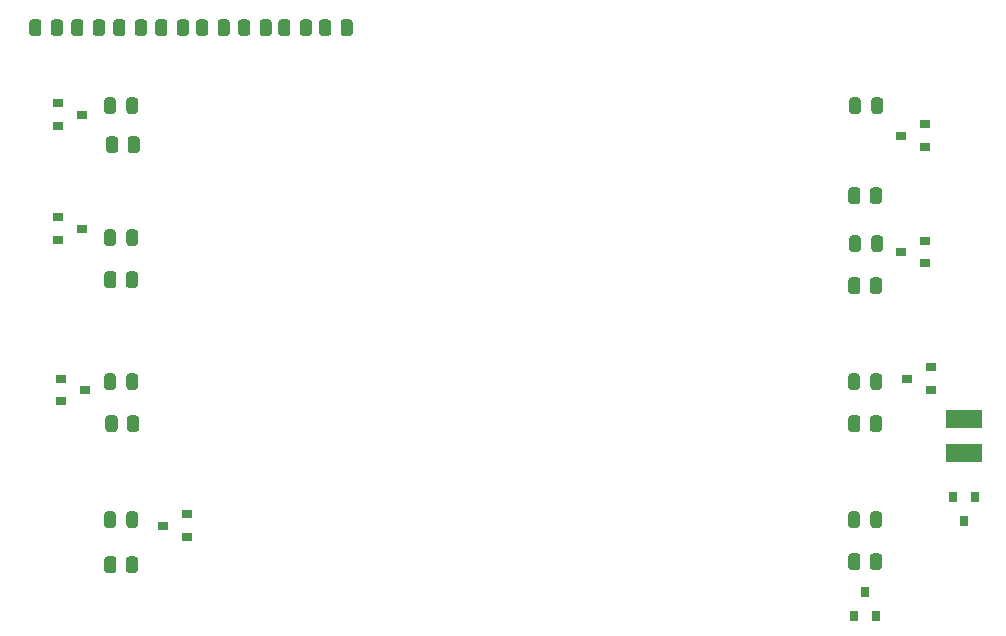
<source format=gbp>
G04 #@! TF.GenerationSoftware,KiCad,Pcbnew,5.1.12-84ad8e8a86~92~ubuntu20.04.1*
G04 #@! TF.CreationDate,2022-02-11T20:38:02+01:00*
G04 #@! TF.ProjectId,ESPHome-Thermostat-pcb,45535048-6f6d-4652-9d54-6865726d6f73,2.0*
G04 #@! TF.SameCoordinates,Original*
G04 #@! TF.FileFunction,Paste,Bot*
G04 #@! TF.FilePolarity,Positive*
%FSLAX46Y46*%
G04 Gerber Fmt 4.6, Leading zero omitted, Abs format (unit mm)*
G04 Created by KiCad (PCBNEW 5.1.12-84ad8e8a86~92~ubuntu20.04.1) date 2022-02-11 20:38:02*
%MOMM*%
%LPD*%
G01*
G04 APERTURE LIST*
%ADD10R,0.900000X0.800000*%
%ADD11R,0.800000X0.900000*%
%ADD12R,3.020000X1.510000*%
G04 APERTURE END LIST*
D10*
X130064000Y-82042000D03*
X132064000Y-82992000D03*
X132064000Y-81092000D03*
X60182000Y-69342000D03*
X58182000Y-68392000D03*
X58182000Y-70292000D03*
X129572000Y-71308000D03*
X131572000Y-72258000D03*
X131572000Y-70358000D03*
X67072000Y-94488000D03*
X69072000Y-95438000D03*
X69072000Y-93538000D03*
X60182000Y-59690000D03*
X58182000Y-58740000D03*
X58182000Y-60640000D03*
D11*
X126492000Y-100092000D03*
X125542000Y-102092000D03*
X127442000Y-102092000D03*
D10*
X60420000Y-82992000D03*
X58420000Y-82042000D03*
X58420000Y-83942000D03*
X129556000Y-61468000D03*
X131556000Y-62418000D03*
X131556000Y-60518000D03*
G36*
G01*
X67418000Y-51873998D02*
X67418000Y-52774002D01*
G75*
G02*
X67168002Y-53024000I-249998J0D01*
G01*
X66642998Y-53024000D01*
G75*
G02*
X66393000Y-52774002I0J249998D01*
G01*
X66393000Y-51873998D01*
G75*
G02*
X66642998Y-51624000I249998J0D01*
G01*
X67168002Y-51624000D01*
G75*
G02*
X67418000Y-51873998I0J-249998D01*
G01*
G37*
G36*
G01*
X69243000Y-51873998D02*
X69243000Y-52774002D01*
G75*
G02*
X68993002Y-53024000I-249998J0D01*
G01*
X68467998Y-53024000D01*
G75*
G02*
X68218000Y-52774002I0J249998D01*
G01*
X68218000Y-51873998D01*
G75*
G02*
X68467998Y-51624000I249998J0D01*
G01*
X68993002Y-51624000D01*
G75*
G02*
X69243000Y-51873998I0J-249998D01*
G01*
G37*
G36*
G01*
X70870500Y-51873998D02*
X70870500Y-52774002D01*
G75*
G02*
X70620502Y-53024000I-249998J0D01*
G01*
X70095498Y-53024000D01*
G75*
G02*
X69845500Y-52774002I0J249998D01*
G01*
X69845500Y-51873998D01*
G75*
G02*
X70095498Y-51624000I249998J0D01*
G01*
X70620502Y-51624000D01*
G75*
G02*
X70870500Y-51873998I0J-249998D01*
G01*
G37*
G36*
G01*
X72695500Y-51873998D02*
X72695500Y-52774002D01*
G75*
G02*
X72445502Y-53024000I-249998J0D01*
G01*
X71920498Y-53024000D01*
G75*
G02*
X71670500Y-52774002I0J249998D01*
G01*
X71670500Y-51873998D01*
G75*
G02*
X71920498Y-51624000I249998J0D01*
G01*
X72445502Y-51624000D01*
G75*
G02*
X72695500Y-51873998I0J-249998D01*
G01*
G37*
G36*
G01*
X74426500Y-51873998D02*
X74426500Y-52774002D01*
G75*
G02*
X74176502Y-53024000I-249998J0D01*
G01*
X73651498Y-53024000D01*
G75*
G02*
X73401500Y-52774002I0J249998D01*
G01*
X73401500Y-51873998D01*
G75*
G02*
X73651498Y-51624000I249998J0D01*
G01*
X74176502Y-51624000D01*
G75*
G02*
X74426500Y-51873998I0J-249998D01*
G01*
G37*
G36*
G01*
X76251500Y-51873998D02*
X76251500Y-52774002D01*
G75*
G02*
X76001502Y-53024000I-249998J0D01*
G01*
X75476498Y-53024000D01*
G75*
G02*
X75226500Y-52774002I0J249998D01*
G01*
X75226500Y-51873998D01*
G75*
G02*
X75476498Y-51624000I249998J0D01*
G01*
X76001502Y-51624000D01*
G75*
G02*
X76251500Y-51873998I0J-249998D01*
G01*
G37*
G36*
G01*
X56750000Y-51873998D02*
X56750000Y-52774002D01*
G75*
G02*
X56500002Y-53024000I-249998J0D01*
G01*
X55974998Y-53024000D01*
G75*
G02*
X55725000Y-52774002I0J249998D01*
G01*
X55725000Y-51873998D01*
G75*
G02*
X55974998Y-51624000I249998J0D01*
G01*
X56500002Y-51624000D01*
G75*
G02*
X56750000Y-51873998I0J-249998D01*
G01*
G37*
G36*
G01*
X58575000Y-51873998D02*
X58575000Y-52774002D01*
G75*
G02*
X58325002Y-53024000I-249998J0D01*
G01*
X57799998Y-53024000D01*
G75*
G02*
X57550000Y-52774002I0J249998D01*
G01*
X57550000Y-51873998D01*
G75*
G02*
X57799998Y-51624000I249998J0D01*
G01*
X58325002Y-51624000D01*
G75*
G02*
X58575000Y-51873998I0J-249998D01*
G01*
G37*
G36*
G01*
X60306000Y-51873998D02*
X60306000Y-52774002D01*
G75*
G02*
X60056002Y-53024000I-249998J0D01*
G01*
X59530998Y-53024000D01*
G75*
G02*
X59281000Y-52774002I0J249998D01*
G01*
X59281000Y-51873998D01*
G75*
G02*
X59530998Y-51624000I249998J0D01*
G01*
X60056002Y-51624000D01*
G75*
G02*
X60306000Y-51873998I0J-249998D01*
G01*
G37*
G36*
G01*
X62131000Y-51873998D02*
X62131000Y-52774002D01*
G75*
G02*
X61881002Y-53024000I-249998J0D01*
G01*
X61355998Y-53024000D01*
G75*
G02*
X61106000Y-52774002I0J249998D01*
G01*
X61106000Y-51873998D01*
G75*
G02*
X61355998Y-51624000I249998J0D01*
G01*
X61881002Y-51624000D01*
G75*
G02*
X62131000Y-51873998I0J-249998D01*
G01*
G37*
G36*
G01*
X77832000Y-51873998D02*
X77832000Y-52774002D01*
G75*
G02*
X77582002Y-53024000I-249998J0D01*
G01*
X77056998Y-53024000D01*
G75*
G02*
X76807000Y-52774002I0J249998D01*
G01*
X76807000Y-51873998D01*
G75*
G02*
X77056998Y-51624000I249998J0D01*
G01*
X77582002Y-51624000D01*
G75*
G02*
X77832000Y-51873998I0J-249998D01*
G01*
G37*
G36*
G01*
X79657000Y-51873998D02*
X79657000Y-52774002D01*
G75*
G02*
X79407002Y-53024000I-249998J0D01*
G01*
X78881998Y-53024000D01*
G75*
G02*
X78632000Y-52774002I0J249998D01*
G01*
X78632000Y-51873998D01*
G75*
G02*
X78881998Y-51624000I249998J0D01*
G01*
X79407002Y-51624000D01*
G75*
G02*
X79657000Y-51873998I0J-249998D01*
G01*
G37*
G36*
G01*
X63862000Y-51873998D02*
X63862000Y-52774002D01*
G75*
G02*
X63612002Y-53024000I-249998J0D01*
G01*
X63086998Y-53024000D01*
G75*
G02*
X62837000Y-52774002I0J249998D01*
G01*
X62837000Y-51873998D01*
G75*
G02*
X63086998Y-51624000I249998J0D01*
G01*
X63612002Y-51624000D01*
G75*
G02*
X63862000Y-51873998I0J-249998D01*
G01*
G37*
G36*
G01*
X65687000Y-51873998D02*
X65687000Y-52774002D01*
G75*
G02*
X65437002Y-53024000I-249998J0D01*
G01*
X64911998Y-53024000D01*
G75*
G02*
X64662000Y-52774002I0J249998D01*
G01*
X64662000Y-51873998D01*
G75*
G02*
X64911998Y-51624000I249998J0D01*
G01*
X65437002Y-51624000D01*
G75*
G02*
X65687000Y-51873998I0J-249998D01*
G01*
G37*
G36*
G01*
X126892000Y-86302002D02*
X126892000Y-85401998D01*
G75*
G02*
X127141998Y-85152000I249998J0D01*
G01*
X127667002Y-85152000D01*
G75*
G02*
X127917000Y-85401998I0J-249998D01*
G01*
X127917000Y-86302002D01*
G75*
G02*
X127667002Y-86552000I-249998J0D01*
G01*
X127141998Y-86552000D01*
G75*
G02*
X126892000Y-86302002I0J249998D01*
G01*
G37*
G36*
G01*
X125067000Y-86302002D02*
X125067000Y-85401998D01*
G75*
G02*
X125316998Y-85152000I249998J0D01*
G01*
X125842002Y-85152000D01*
G75*
G02*
X126092000Y-85401998I0J-249998D01*
G01*
X126092000Y-86302002D01*
G75*
G02*
X125842002Y-86552000I-249998J0D01*
G01*
X125316998Y-86552000D01*
G75*
G02*
X125067000Y-86302002I0J249998D01*
G01*
G37*
G36*
G01*
X63100000Y-73209998D02*
X63100000Y-74110002D01*
G75*
G02*
X62850002Y-74360000I-249998J0D01*
G01*
X62324998Y-74360000D01*
G75*
G02*
X62075000Y-74110002I0J249998D01*
G01*
X62075000Y-73209998D01*
G75*
G02*
X62324998Y-72960000I249998J0D01*
G01*
X62850002Y-72960000D01*
G75*
G02*
X63100000Y-73209998I0J-249998D01*
G01*
G37*
G36*
G01*
X64925000Y-73209998D02*
X64925000Y-74110002D01*
G75*
G02*
X64675002Y-74360000I-249998J0D01*
G01*
X64149998Y-74360000D01*
G75*
G02*
X63900000Y-74110002I0J249998D01*
G01*
X63900000Y-73209998D01*
G75*
G02*
X64149998Y-72960000I249998J0D01*
G01*
X64675002Y-72960000D01*
G75*
G02*
X64925000Y-73209998I0J-249998D01*
G01*
G37*
G36*
G01*
X126892000Y-74618002D02*
X126892000Y-73717998D01*
G75*
G02*
X127141998Y-73468000I249998J0D01*
G01*
X127667002Y-73468000D01*
G75*
G02*
X127917000Y-73717998I0J-249998D01*
G01*
X127917000Y-74618002D01*
G75*
G02*
X127667002Y-74868000I-249998J0D01*
G01*
X127141998Y-74868000D01*
G75*
G02*
X126892000Y-74618002I0J249998D01*
G01*
G37*
G36*
G01*
X125067000Y-74618002D02*
X125067000Y-73717998D01*
G75*
G02*
X125316998Y-73468000I249998J0D01*
G01*
X125842002Y-73468000D01*
G75*
G02*
X126092000Y-73717998I0J-249998D01*
G01*
X126092000Y-74618002D01*
G75*
G02*
X125842002Y-74868000I-249998J0D01*
G01*
X125316998Y-74868000D01*
G75*
G02*
X125067000Y-74618002I0J249998D01*
G01*
G37*
G36*
G01*
X63100000Y-97339998D02*
X63100000Y-98240002D01*
G75*
G02*
X62850002Y-98490000I-249998J0D01*
G01*
X62324998Y-98490000D01*
G75*
G02*
X62075000Y-98240002I0J249998D01*
G01*
X62075000Y-97339998D01*
G75*
G02*
X62324998Y-97090000I249998J0D01*
G01*
X62850002Y-97090000D01*
G75*
G02*
X63100000Y-97339998I0J-249998D01*
G01*
G37*
G36*
G01*
X64925000Y-97339998D02*
X64925000Y-98240002D01*
G75*
G02*
X64675002Y-98490000I-249998J0D01*
G01*
X64149998Y-98490000D01*
G75*
G02*
X63900000Y-98240002I0J249998D01*
G01*
X63900000Y-97339998D01*
G75*
G02*
X64149998Y-97090000I249998J0D01*
G01*
X64675002Y-97090000D01*
G75*
G02*
X64925000Y-97339998I0J-249998D01*
G01*
G37*
G36*
G01*
X126092000Y-97085998D02*
X126092000Y-97986002D01*
G75*
G02*
X125842002Y-98236000I-249998J0D01*
G01*
X125316998Y-98236000D01*
G75*
G02*
X125067000Y-97986002I0J249998D01*
G01*
X125067000Y-97085998D01*
G75*
G02*
X125316998Y-96836000I249998J0D01*
G01*
X125842002Y-96836000D01*
G75*
G02*
X126092000Y-97085998I0J-249998D01*
G01*
G37*
G36*
G01*
X127917000Y-97085998D02*
X127917000Y-97986002D01*
G75*
G02*
X127667002Y-98236000I-249998J0D01*
G01*
X127141998Y-98236000D01*
G75*
G02*
X126892000Y-97986002I0J249998D01*
G01*
X126892000Y-97085998D01*
G75*
G02*
X127141998Y-96836000I249998J0D01*
G01*
X127667002Y-96836000D01*
G75*
G02*
X127917000Y-97085998I0J-249998D01*
G01*
G37*
G36*
G01*
X63250500Y-61779998D02*
X63250500Y-62680002D01*
G75*
G02*
X63000502Y-62930000I-249998J0D01*
G01*
X62475498Y-62930000D01*
G75*
G02*
X62225500Y-62680002I0J249998D01*
G01*
X62225500Y-61779998D01*
G75*
G02*
X62475498Y-61530000I249998J0D01*
G01*
X63000502Y-61530000D01*
G75*
G02*
X63250500Y-61779998I0J-249998D01*
G01*
G37*
G36*
G01*
X65075500Y-61779998D02*
X65075500Y-62680002D01*
G75*
G02*
X64825502Y-62930000I-249998J0D01*
G01*
X64300498Y-62930000D01*
G75*
G02*
X64050500Y-62680002I0J249998D01*
G01*
X64050500Y-61779998D01*
G75*
G02*
X64300498Y-61530000I249998J0D01*
G01*
X64825502Y-61530000D01*
G75*
G02*
X65075500Y-61779998I0J-249998D01*
G01*
G37*
G36*
G01*
X81284500Y-51873998D02*
X81284500Y-52774002D01*
G75*
G02*
X81034502Y-53024000I-249998J0D01*
G01*
X80509498Y-53024000D01*
G75*
G02*
X80259500Y-52774002I0J249998D01*
G01*
X80259500Y-51873998D01*
G75*
G02*
X80509498Y-51624000I249998J0D01*
G01*
X81034502Y-51624000D01*
G75*
G02*
X81284500Y-51873998I0J-249998D01*
G01*
G37*
G36*
G01*
X83109500Y-51873998D02*
X83109500Y-52774002D01*
G75*
G02*
X82859502Y-53024000I-249998J0D01*
G01*
X82334498Y-53024000D01*
G75*
G02*
X82084500Y-52774002I0J249998D01*
G01*
X82084500Y-51873998D01*
G75*
G02*
X82334498Y-51624000I249998J0D01*
G01*
X82859502Y-51624000D01*
G75*
G02*
X83109500Y-51873998I0J-249998D01*
G01*
G37*
G36*
G01*
X63203500Y-85401998D02*
X63203500Y-86302002D01*
G75*
G02*
X62953502Y-86552000I-249998J0D01*
G01*
X62428498Y-86552000D01*
G75*
G02*
X62178500Y-86302002I0J249998D01*
G01*
X62178500Y-85401998D01*
G75*
G02*
X62428498Y-85152000I249998J0D01*
G01*
X62953502Y-85152000D01*
G75*
G02*
X63203500Y-85401998I0J-249998D01*
G01*
G37*
G36*
G01*
X65028500Y-85401998D02*
X65028500Y-86302002D01*
G75*
G02*
X64778502Y-86552000I-249998J0D01*
G01*
X64253498Y-86552000D01*
G75*
G02*
X64003500Y-86302002I0J249998D01*
G01*
X64003500Y-85401998D01*
G75*
G02*
X64253498Y-85152000I249998J0D01*
G01*
X64778502Y-85152000D01*
G75*
G02*
X65028500Y-85401998I0J-249998D01*
G01*
G37*
G36*
G01*
X126092000Y-66097998D02*
X126092000Y-66998002D01*
G75*
G02*
X125842002Y-67248000I-249998J0D01*
G01*
X125316998Y-67248000D01*
G75*
G02*
X125067000Y-66998002I0J249998D01*
G01*
X125067000Y-66097998D01*
G75*
G02*
X125316998Y-65848000I249998J0D01*
G01*
X125842002Y-65848000D01*
G75*
G02*
X126092000Y-66097998I0J-249998D01*
G01*
G37*
G36*
G01*
X127917000Y-66097998D02*
X127917000Y-66998002D01*
G75*
G02*
X127667002Y-67248000I-249998J0D01*
G01*
X127141998Y-67248000D01*
G75*
G02*
X126892000Y-66998002I0J249998D01*
G01*
X126892000Y-66097998D01*
G75*
G02*
X127141998Y-65848000I249998J0D01*
G01*
X127667002Y-65848000D01*
G75*
G02*
X127917000Y-66097998I0J-249998D01*
G01*
G37*
G36*
G01*
X126942000Y-82752250D02*
X126942000Y-81839750D01*
G75*
G02*
X127185750Y-81596000I243750J0D01*
G01*
X127673250Y-81596000D01*
G75*
G02*
X127917000Y-81839750I0J-243750D01*
G01*
X127917000Y-82752250D01*
G75*
G02*
X127673250Y-82996000I-243750J0D01*
G01*
X127185750Y-82996000D01*
G75*
G02*
X126942000Y-82752250I0J243750D01*
G01*
G37*
G36*
G01*
X125067000Y-82752250D02*
X125067000Y-81839750D01*
G75*
G02*
X125310750Y-81596000I243750J0D01*
G01*
X125798250Y-81596000D01*
G75*
G02*
X126042000Y-81839750I0J-243750D01*
G01*
X126042000Y-82752250D01*
G75*
G02*
X125798250Y-82996000I-243750J0D01*
G01*
X125310750Y-82996000D01*
G75*
G02*
X125067000Y-82752250I0J243750D01*
G01*
G37*
G36*
G01*
X63050000Y-69647750D02*
X63050000Y-70560250D01*
G75*
G02*
X62806250Y-70804000I-243750J0D01*
G01*
X62318750Y-70804000D01*
G75*
G02*
X62075000Y-70560250I0J243750D01*
G01*
X62075000Y-69647750D01*
G75*
G02*
X62318750Y-69404000I243750J0D01*
G01*
X62806250Y-69404000D01*
G75*
G02*
X63050000Y-69647750I0J-243750D01*
G01*
G37*
G36*
G01*
X64925000Y-69647750D02*
X64925000Y-70560250D01*
G75*
G02*
X64681250Y-70804000I-243750J0D01*
G01*
X64193750Y-70804000D01*
G75*
G02*
X63950000Y-70560250I0J243750D01*
G01*
X63950000Y-69647750D01*
G75*
G02*
X64193750Y-69404000I243750J0D01*
G01*
X64681250Y-69404000D01*
G75*
G02*
X64925000Y-69647750I0J-243750D01*
G01*
G37*
G36*
G01*
X127020500Y-71068250D02*
X127020500Y-70155750D01*
G75*
G02*
X127264250Y-69912000I243750J0D01*
G01*
X127751750Y-69912000D01*
G75*
G02*
X127995500Y-70155750I0J-243750D01*
G01*
X127995500Y-71068250D01*
G75*
G02*
X127751750Y-71312000I-243750J0D01*
G01*
X127264250Y-71312000D01*
G75*
G02*
X127020500Y-71068250I0J243750D01*
G01*
G37*
G36*
G01*
X125145500Y-71068250D02*
X125145500Y-70155750D01*
G75*
G02*
X125389250Y-69912000I243750J0D01*
G01*
X125876750Y-69912000D01*
G75*
G02*
X126120500Y-70155750I0J-243750D01*
G01*
X126120500Y-71068250D01*
G75*
G02*
X125876750Y-71312000I-243750J0D01*
G01*
X125389250Y-71312000D01*
G75*
G02*
X125145500Y-71068250I0J243750D01*
G01*
G37*
G36*
G01*
X63050000Y-93523750D02*
X63050000Y-94436250D01*
G75*
G02*
X62806250Y-94680000I-243750J0D01*
G01*
X62318750Y-94680000D01*
G75*
G02*
X62075000Y-94436250I0J243750D01*
G01*
X62075000Y-93523750D01*
G75*
G02*
X62318750Y-93280000I243750J0D01*
G01*
X62806250Y-93280000D01*
G75*
G02*
X63050000Y-93523750I0J-243750D01*
G01*
G37*
G36*
G01*
X64925000Y-93523750D02*
X64925000Y-94436250D01*
G75*
G02*
X64681250Y-94680000I-243750J0D01*
G01*
X64193750Y-94680000D01*
G75*
G02*
X63950000Y-94436250I0J243750D01*
G01*
X63950000Y-93523750D01*
G75*
G02*
X64193750Y-93280000I243750J0D01*
G01*
X64681250Y-93280000D01*
G75*
G02*
X64925000Y-93523750I0J-243750D01*
G01*
G37*
G36*
G01*
X126942000Y-94436250D02*
X126942000Y-93523750D01*
G75*
G02*
X127185750Y-93280000I243750J0D01*
G01*
X127673250Y-93280000D01*
G75*
G02*
X127917000Y-93523750I0J-243750D01*
G01*
X127917000Y-94436250D01*
G75*
G02*
X127673250Y-94680000I-243750J0D01*
G01*
X127185750Y-94680000D01*
G75*
G02*
X126942000Y-94436250I0J243750D01*
G01*
G37*
G36*
G01*
X125067000Y-94436250D02*
X125067000Y-93523750D01*
G75*
G02*
X125310750Y-93280000I243750J0D01*
G01*
X125798250Y-93280000D01*
G75*
G02*
X126042000Y-93523750I0J-243750D01*
G01*
X126042000Y-94436250D01*
G75*
G02*
X125798250Y-94680000I-243750J0D01*
G01*
X125310750Y-94680000D01*
G75*
G02*
X125067000Y-94436250I0J243750D01*
G01*
G37*
G36*
G01*
X63050000Y-58471750D02*
X63050000Y-59384250D01*
G75*
G02*
X62806250Y-59628000I-243750J0D01*
G01*
X62318750Y-59628000D01*
G75*
G02*
X62075000Y-59384250I0J243750D01*
G01*
X62075000Y-58471750D01*
G75*
G02*
X62318750Y-58228000I243750J0D01*
G01*
X62806250Y-58228000D01*
G75*
G02*
X63050000Y-58471750I0J-243750D01*
G01*
G37*
G36*
G01*
X64925000Y-58471750D02*
X64925000Y-59384250D01*
G75*
G02*
X64681250Y-59628000I-243750J0D01*
G01*
X64193750Y-59628000D01*
G75*
G02*
X63950000Y-59384250I0J243750D01*
G01*
X63950000Y-58471750D01*
G75*
G02*
X64193750Y-58228000I243750J0D01*
G01*
X64681250Y-58228000D01*
G75*
G02*
X64925000Y-58471750I0J-243750D01*
G01*
G37*
G36*
G01*
X63050000Y-81839750D02*
X63050000Y-82752250D01*
G75*
G02*
X62806250Y-82996000I-243750J0D01*
G01*
X62318750Y-82996000D01*
G75*
G02*
X62075000Y-82752250I0J243750D01*
G01*
X62075000Y-81839750D01*
G75*
G02*
X62318750Y-81596000I243750J0D01*
G01*
X62806250Y-81596000D01*
G75*
G02*
X63050000Y-81839750I0J-243750D01*
G01*
G37*
G36*
G01*
X64925000Y-81839750D02*
X64925000Y-82752250D01*
G75*
G02*
X64681250Y-82996000I-243750J0D01*
G01*
X64193750Y-82996000D01*
G75*
G02*
X63950000Y-82752250I0J243750D01*
G01*
X63950000Y-81839750D01*
G75*
G02*
X64193750Y-81596000I243750J0D01*
G01*
X64681250Y-81596000D01*
G75*
G02*
X64925000Y-81839750I0J-243750D01*
G01*
G37*
G36*
G01*
X127020500Y-59384250D02*
X127020500Y-58471750D01*
G75*
G02*
X127264250Y-58228000I243750J0D01*
G01*
X127751750Y-58228000D01*
G75*
G02*
X127995500Y-58471750I0J-243750D01*
G01*
X127995500Y-59384250D01*
G75*
G02*
X127751750Y-59628000I-243750J0D01*
G01*
X127264250Y-59628000D01*
G75*
G02*
X127020500Y-59384250I0J243750D01*
G01*
G37*
G36*
G01*
X125145500Y-59384250D02*
X125145500Y-58471750D01*
G75*
G02*
X125389250Y-58228000I243750J0D01*
G01*
X125876750Y-58228000D01*
G75*
G02*
X126120500Y-58471750I0J-243750D01*
G01*
X126120500Y-59384250D01*
G75*
G02*
X125876750Y-59628000I-243750J0D01*
G01*
X125389250Y-59628000D01*
G75*
G02*
X125145500Y-59384250I0J243750D01*
G01*
G37*
D12*
X134874000Y-88318000D03*
X134874000Y-85418000D03*
D11*
X134874000Y-94091000D03*
X135824000Y-92091000D03*
X133924000Y-92091000D03*
M02*

</source>
